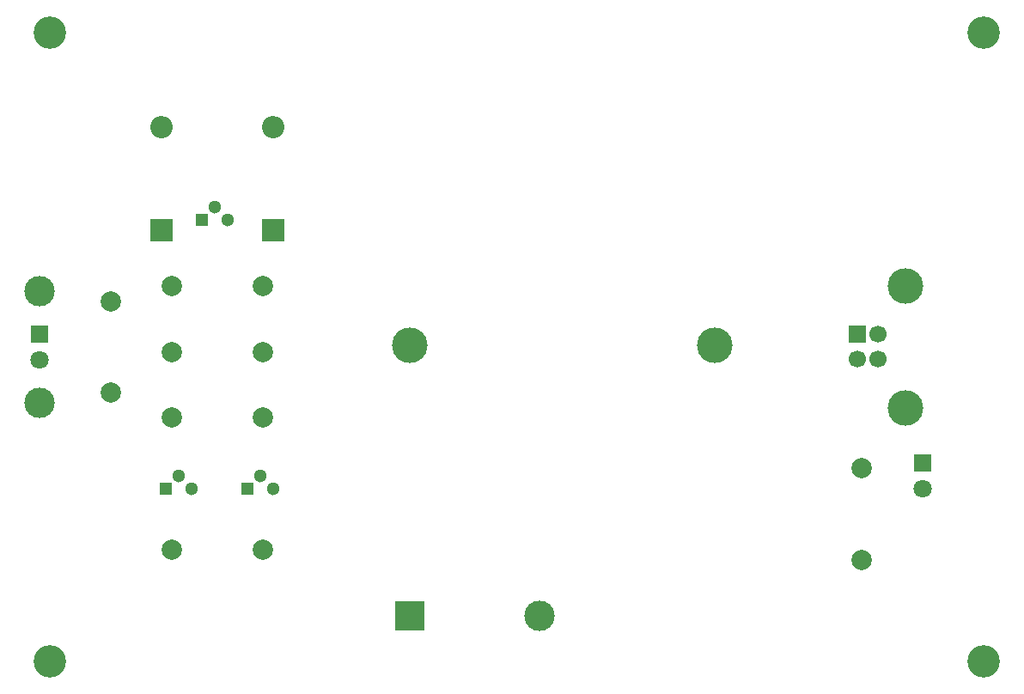
<source format=gbr>
%TF.GenerationSoftware,KiCad,Pcbnew,(6.0.7)*%
%TF.CreationDate,2023-10-27T20:15:12+01:00*%
%TF.ProjectId,slide_tester,736c6964-655f-4746-9573-7465722e6b69,rev?*%
%TF.SameCoordinates,Original*%
%TF.FileFunction,Soldermask,Top*%
%TF.FilePolarity,Negative*%
%FSLAX46Y46*%
G04 Gerber Fmt 4.6, Leading zero omitted, Abs format (unit mm)*
G04 Created by KiCad (PCBNEW (6.0.7)) date 2023-10-27 20:15:12*
%MOMM*%
%LPD*%
G01*
G04 APERTURE LIST*
%ADD10C,2.000000*%
%ADD11R,1.300000X1.300000*%
%ADD12C,1.300000*%
%ADD13C,3.000000*%
%ADD14C,3.200000*%
%ADD15R,1.800000X1.800000*%
%ADD16C,1.800000*%
%ADD17C,3.500000*%
%ADD18R,3.000000X3.000000*%
%ADD19R,1.700000X1.700000*%
%ADD20C,1.700000*%
%ADD21R,2.200000X2.200000*%
%ADD22O,2.200000X2.200000*%
G04 APERTURE END LIST*
D10*
%TO.C,R6*%
X116000000Y-79000000D03*
X125000000Y-79000000D03*
%TD*%
%TO.C,R3*%
X125000000Y-85500000D03*
X116000000Y-85500000D03*
%TD*%
D11*
%TO.C,Q2*%
X115460000Y-99000000D03*
D12*
X116730000Y-97730000D03*
X118000000Y-99000000D03*
%TD*%
D11*
%TO.C,Q3*%
X119000000Y-72500000D03*
D12*
X120270000Y-71230000D03*
X121540000Y-72500000D03*
%TD*%
D13*
%TO.C,J2*%
X103000000Y-79500000D03*
%TD*%
D14*
%TO.C,REF\u002A\u002A*%
X196000000Y-116000000D03*
%TD*%
%TO.C,REF\u002A\u002A*%
X104000000Y-54000000D03*
%TD*%
%TO.C,REF\u002A\u002A*%
X104000000Y-116000000D03*
%TD*%
D13*
%TO.C,J3*%
X103000000Y-90500000D03*
%TD*%
D10*
%TO.C,R2*%
X125000000Y-92000000D03*
X116000000Y-92000000D03*
%TD*%
%TO.C,R4*%
X110000000Y-89500000D03*
X110000000Y-80500000D03*
%TD*%
%TO.C,R1*%
X184000000Y-97000000D03*
X184000000Y-106000000D03*
%TD*%
D14*
%TO.C,REF\u002A\u002A*%
X196000000Y-54000000D03*
%TD*%
D15*
%TO.C,D1*%
X190000000Y-96460000D03*
D16*
X190000000Y-99000000D03*
%TD*%
D17*
%TO.C,BT1*%
X139500000Y-84857500D03*
X169500000Y-84857500D03*
D18*
X139500000Y-111557500D03*
D13*
X152300000Y-111557500D03*
%TD*%
D10*
%TO.C,R5*%
X125000000Y-105000000D03*
X116000000Y-105000000D03*
%TD*%
D19*
%TO.C,J1*%
X183620000Y-83750000D03*
D20*
X183620000Y-86250000D03*
X185620000Y-86250000D03*
X185620000Y-83750000D03*
D17*
X188330000Y-91020000D03*
X188330000Y-78980000D03*
%TD*%
D21*
%TO.C,D3*%
X115000000Y-73500000D03*
D22*
X115000000Y-63340000D03*
%TD*%
D21*
%TO.C,D2*%
X126000000Y-73500000D03*
D22*
X126000000Y-63340000D03*
%TD*%
D15*
%TO.C,D4*%
X103000000Y-83725000D03*
D16*
X103000000Y-86265000D03*
%TD*%
D11*
%TO.C,Q1*%
X123460000Y-99000000D03*
D12*
X124730000Y-97730000D03*
X126000000Y-99000000D03*
%TD*%
M02*

</source>
